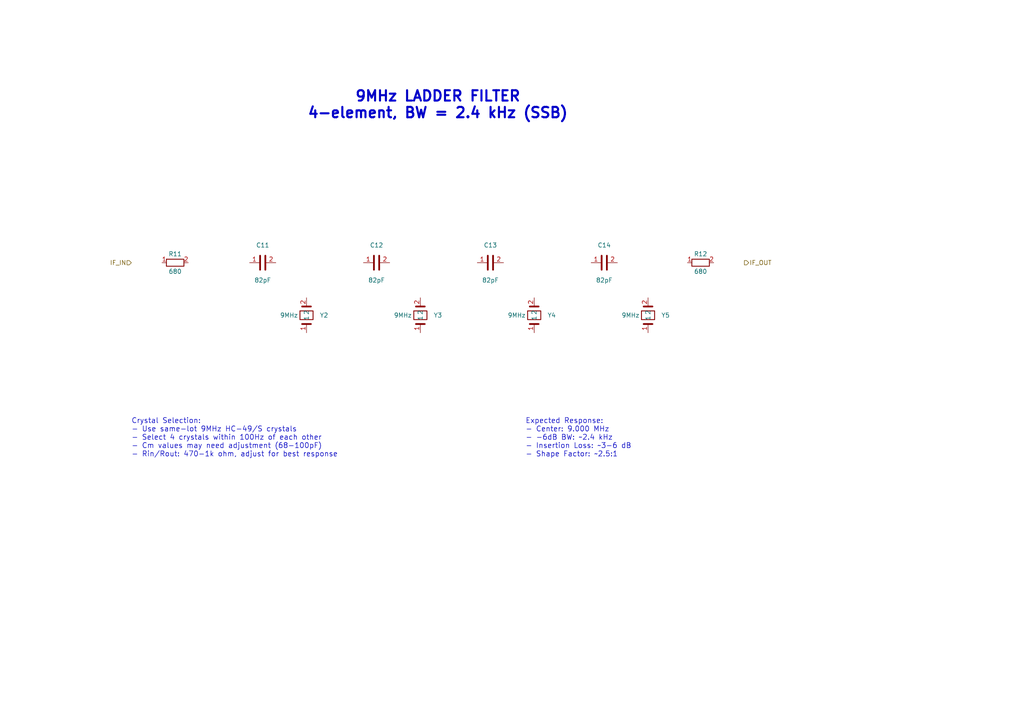
<source format=kicad_sch>
(kicad_sch (version 20250114) (generator "eeschema") (generator_version "9.0")
  (paper "A4")
  (title_block (title "IF Filter - 9MHz Ladder Filter") (date "2024-12-24") (rev "1.0") (comment 1 "4-element crystal ladder filter, BW=2.4kHz"))
  (lib_symbols
    (symbol "Crystal:Crystal" (pin_names (offset 1.016))
      (property "Reference" "Y" (at 0 3.81 0))
      (property "Value" "Crystal" (at 0 -3.81 0))
      (symbol "Crystal_0_1"
        (polyline (pts (xy -2.54 -1.27) (xy -2.54 1.27)) (stroke (width 0.508)))
        (rectangle (start -1.27 -1.905) (end 1.27 1.905) (stroke (width 0.254)))
        (polyline (pts (xy 2.54 -1.27) (xy 2.54 1.27)) (stroke (width 0.508)))
      )
      (symbol "Crystal_1_1"
        (pin passive line (at -5.08 0 0) (length 2.54) (name "1") (number "1"))
        (pin passive line (at 5.08 0 180) (length 2.54) (name "2") (number "2"))
      )
    )
    (symbol "Device:C" (pin_names (offset 0.254))
      (property "Reference" "C" (at 0.635 2.54 0))
      (property "Value" "C" (at 0.635 -2.54 0))
      (symbol "C_0_1"
        (polyline (pts (xy -2.032 0.762) (xy 2.032 0.762)) (stroke (width 0.508)))
        (polyline (pts (xy -2.032 -0.762) (xy 2.032 -0.762)) (stroke (width 0.508)))
      )
      (symbol "C_1_1"
        (pin passive line (at 0 3.81 270) (length 2.794) (name "~") (number "1"))
        (pin passive line (at 0 -3.81 90) (length 2.794) (name "~") (number "2"))
      )
    )
    (symbol "Device:R" (pin_names (offset 0))
      (property "Reference" "R" (at 2.032 0 90))
      (property "Value" "R" (at 0 0 90))
      (symbol "R_0_1"
        (rectangle (start -1.016 -2.54) (end 1.016 2.54) (stroke (width 0.254)))
      )
      (symbol "R_1_1"
        (pin passive line (at 0 3.81 270) (length 1.27) (name "~") (number "1"))
        (pin passive line (at 0 -3.81 90) (length 1.27) (name "~") (number "2"))
      )
    )
  )
  (text "Crystal Selection:\n- Use same-lot 9MHz HC-49/S crystals\n- Select 4 crystals within 100Hz of each other\n- Cm values may need adjustment (68-100pF)\n- Rin/Rout: 470-1k ohm, adjust for best response" (at 38.1 127 0) (effects (font (size 1.5 1.5)) (justify left)))
  (text "Expected Response:\n- Center: 9.000 MHz\n- -6dB BW: ~2.4 kHz\n- Insertion Loss: ~3-6 dB\n- Shape Factor: ~2.5:1" (at 152.4 127 0) (effects (font (size 1.5 1.5)) (justify left)))
  (text "9MHz LADDER FILTER\n4-element, BW = 2.4 kHz (SSB)" (at 127 30.48 0) (effects (font (size 3 3) (bold yes))))
  (hierarchical_label "IF_IN" (shape input) (at 38.1 76.2 180))
  (hierarchical_label "IF_OUT" (shape output) (at 215.9 76.2 0))
  (symbol (lib_id "Device:C") (at 142.24 76.2 90) (unit 1)
    (property "Reference" "C13" (at 142.24 71.12 90))
    (property "Value" "82pF" (at 142.24 81.28 90))
    (property "Footprint" "Capacitor_THT:C_Disc_D5.0mm_W2.5mm_P5.00mm" (effects (hide yes)))
  )
  (symbol (lib_id "Device:C") (at 76.2 76.2 90) (unit 1)
    (property "Reference" "C11" (at 76.2 71.12 90))
    (property "Value" "82pF" (at 76.2 81.28 90))
    (property "Footprint" "Capacitor_THT:C_Disc_D5.0mm_W2.5mm_P5.00mm" (effects (hide yes)))
  )
  (symbol (lib_id "Crystal:Crystal") (at 154.94 91.44 90) (unit 1)
    (property "Reference" "Y4" (at 160.02 91.44 90))
    (property "Value" "9MHz" (at 149.86 91.44 90))
    (property "Footprint" "Crystal:Crystal_HC49-4H_Vertical" (effects (hide yes)))
  )
  (symbol (lib_id "Crystal:Crystal") (at 88.9 91.44 90) (unit 1)
    (property "Reference" "Y2" (at 93.98 91.44 90))
    (property "Value" "9MHz" (at 83.82 91.44 90))
    (property "Footprint" "Crystal:Crystal_HC49-4H_Vertical" (effects (hide yes)))
  )
  (symbol (lib_id "Device:R") (at 203.2 76.2 90) (unit 1)
    (property "Reference" "R12" (at 203.2 73.66 90))
    (property "Value" "680" (at 203.2 78.74 90))
    (property "Footprint" "Resistor_THT:R_Axial_DIN0207_L6.3mm_D2.5mm_P10.16mm_Horizontal" (effects (hide yes)))
  )
  (symbol (lib_id "Device:R") (at 50.8 76.2 90) (unit 1)
    (property "Reference" "R11" (at 50.8 73.66 90))
    (property "Value" "680" (at 50.8 78.74 90))
    (property "Footprint" "Resistor_THT:R_Axial_DIN0207_L6.3mm_D2.5mm_P10.16mm_Horizontal" (effects (hide yes)))
  )
  (symbol (lib_id "Crystal:Crystal") (at 187.96 91.44 90) (unit 1)
    (property "Reference" "Y5" (at 193.04 91.44 90))
    (property "Value" "9MHz" (at 182.88 91.44 90))
    (property "Footprint" "Crystal:Crystal_HC49-4H_Vertical" (effects (hide yes)))
  )
  (symbol (lib_id "Device:C") (at 109.22 76.2 90) (unit 1)
    (property "Reference" "C12" (at 109.22 71.12 90))
    (property "Value" "82pF" (at 109.22 81.28 90))
    (property "Footprint" "Capacitor_THT:C_Disc_D5.0mm_W2.5mm_P5.00mm" (effects (hide yes)))
  )
  (symbol (lib_id "Device:C") (at 175.26 76.2 90) (unit 1)
    (property "Reference" "C14" (at 175.26 71.12 90))
    (property "Value" "82pF" (at 175.26 81.28 90))
    (property "Footprint" "Capacitor_THT:C_Disc_D5.0mm_W2.5mm_P5.00mm" (effects (hide yes)))
  )
  (symbol (lib_id "Crystal:Crystal") (at 121.92 91.44 90) (unit 1)
    (property "Reference" "Y3" (at 127 91.44 90))
    (property "Value" "9MHz" (at 116.84 91.44 90))
    (property "Footprint" "Crystal:Crystal_HC49-4H_Vertical" (effects (hide yes)))
  )
)
</source>
